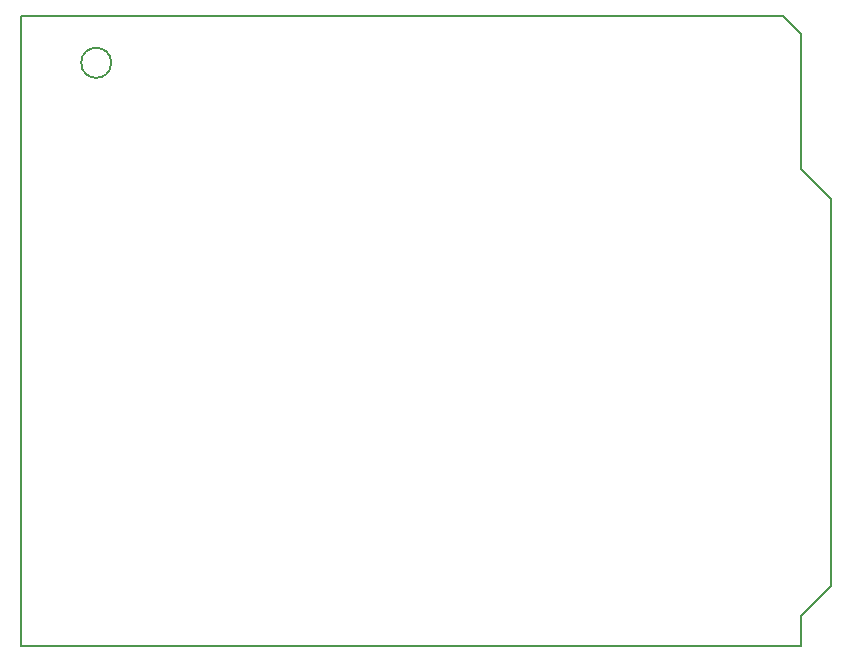
<source format=gbr>
G04 #@! TF.GenerationSoftware,KiCad,Pcbnew,5.1.5+dfsg1-2build2*
G04 #@! TF.CreationDate,2021-11-30T21:55:48+00:00*
G04 #@! TF.ProjectId,shield,73686965-6c64-42e6-9b69-6361645f7063,rev?*
G04 #@! TF.SameCoordinates,Original*
G04 #@! TF.FileFunction,Profile,NP*
%FSLAX46Y46*%
G04 Gerber Fmt 4.6, Leading zero omitted, Abs format (unit mm)*
G04 Created by KiCad (PCBNEW 5.1.5+dfsg1-2build2) date 2021-11-30 21:55:48*
%MOMM*%
%LPD*%
G04 APERTURE LIST*
G04 #@! TA.AperFunction,Profile*
%ADD10C,0.150000*%
G04 #@! TD*
G04 APERTURE END LIST*
D10*
X7620000Y49403000D02*
G75*
G03X7620000Y49403000I-1270000J0D01*
G01*
X66040000Y51816000D02*
X64516000Y53340000D01*
X66040000Y40386000D02*
X66040000Y51816000D01*
X68580000Y37846000D02*
X66040000Y40386000D01*
X68580000Y5080000D02*
X68580000Y37846000D01*
X66040000Y2540000D02*
X68580000Y5080000D01*
X66040000Y0D02*
X66040000Y2540000D01*
X0Y0D02*
X66040000Y0D01*
X0Y53340000D02*
X0Y0D01*
X64516000Y53340000D02*
X0Y53340000D01*
M02*

</source>
